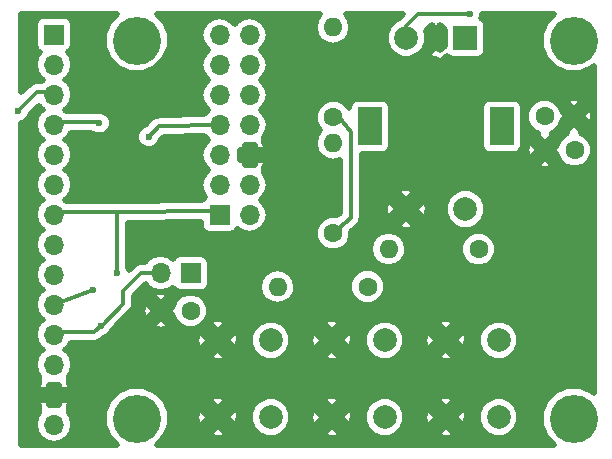
<source format=gbr>
G04 #@! TF.FileFunction,Copper,L1,Top,Signal*
%FSLAX46Y46*%
G04 Gerber Fmt 4.6, Leading zero omitted, Abs format (unit mm)*
G04 Created by KiCad (PCBNEW 4.0.7) date 10/23/19 08:49:17*
%MOMM*%
%LPD*%
G01*
G04 APERTURE LIST*
%ADD10C,0.100000*%
%ADD11C,2.000000*%
%ADD12R,2.000000X3.200000*%
%ADD13R,2.000000X2.000000*%
%ADD14C,1.600000*%
%ADD15O,1.600000X1.600000*%
%ADD16R,1.700000X1.700000*%
%ADD17O,1.700000X1.700000*%
%ADD18C,4.064000*%
%ADD19C,0.600000*%
%ADD20C,0.350000*%
%ADD21C,0.500000*%
G04 APERTURE END LIST*
D10*
D11*
X133836400Y-69770400D03*
X138836400Y-69770400D03*
D12*
X130736400Y-62770400D03*
X141936400Y-62770400D03*
D11*
X133836400Y-55270400D03*
X136336400Y-55270400D03*
D13*
X138836400Y-55270400D03*
D14*
X127635000Y-61988700D03*
D15*
X127635000Y-54368700D03*
D16*
X118021100Y-70269100D03*
D17*
X120561100Y-70269100D03*
X118021100Y-67729100D03*
X120561100Y-67729100D03*
X118021100Y-65189100D03*
X120561100Y-65189100D03*
X118021100Y-62649100D03*
X120561100Y-62649100D03*
X118021100Y-60109100D03*
X120561100Y-60109100D03*
X118021100Y-57569100D03*
X120561100Y-57569100D03*
X118021100Y-55029100D03*
X120561100Y-55029100D03*
D16*
X115570000Y-75184000D03*
D17*
X113030000Y-75184000D03*
D14*
X127635000Y-71805800D03*
D15*
X127635000Y-64185800D03*
D14*
X139954000Y-73152000D03*
D15*
X132334000Y-73152000D03*
D14*
X130556000Y-76327000D03*
D15*
X122936000Y-76327000D03*
D11*
X141660000Y-87376000D03*
X137160000Y-87376000D03*
X141660000Y-80876000D03*
X137160000Y-80876000D03*
X132008000Y-87376000D03*
X127508000Y-87376000D03*
X132008000Y-80876000D03*
X127508000Y-80876000D03*
X122356000Y-87376000D03*
X117856000Y-87376000D03*
X122356000Y-80876000D03*
X117856000Y-80876000D03*
D16*
X104000000Y-55000000D03*
D17*
X104000000Y-57540000D03*
X104000000Y-60080000D03*
X104000000Y-62620000D03*
X104000000Y-65160000D03*
X104000000Y-67700000D03*
X104000000Y-70240000D03*
X104000000Y-72780000D03*
X104000000Y-75320000D03*
X104000000Y-77860000D03*
X104000000Y-80400000D03*
X104000000Y-82940000D03*
X104000000Y-85480000D03*
X104000000Y-88020000D03*
D18*
X111000000Y-55500000D03*
X148000000Y-87500000D03*
X111000000Y-87500000D03*
X148000000Y-55500000D03*
D14*
X145542000Y-61912500D03*
X148042000Y-61912500D03*
X148082000Y-64770000D03*
X145582000Y-64770000D03*
X115570000Y-78384400D03*
X113070000Y-78384400D03*
D19*
X109347000Y-75184000D03*
X107950000Y-79629000D03*
X107315000Y-76581000D03*
X107823000Y-62484000D03*
X146761200Y-71831200D03*
X146659600Y-69037200D03*
X112014000Y-63627000D03*
X100965000Y-61468000D03*
X139192000Y-53276500D03*
D20*
X127635000Y-61988700D02*
X128143000Y-61988700D01*
X128143000Y-61988700D02*
X129138680Y-63243460D01*
X129138680Y-63243460D02*
X129138680Y-70482460D01*
X129138680Y-70482460D02*
X127635000Y-71805800D01*
X109347000Y-70002400D02*
X109347000Y-75184000D01*
X103571040Y-70002400D02*
X109347000Y-70002400D01*
X109347000Y-70002400D02*
X117665500Y-69913500D01*
X117665500Y-69913500D02*
X118021100Y-70269100D01*
X107950000Y-79629000D02*
X108026200Y-79629000D01*
X108026200Y-79629000D02*
X109880400Y-77774800D01*
X109880400Y-77774800D02*
X109880400Y-76708000D01*
X109880400Y-76708000D02*
X111404400Y-75184000D01*
X111404400Y-75184000D02*
X113030000Y-75184000D01*
X107416600Y-80162400D02*
X103571040Y-80162400D01*
X107950000Y-79629000D02*
X107416600Y-80162400D01*
X104622600Y-77622400D02*
X103571040Y-77622400D01*
X107315000Y-76581000D02*
X104622600Y-77622400D01*
X103571040Y-62382400D02*
X107721400Y-62382400D01*
X107721400Y-62382400D02*
X107823000Y-62484000D01*
X112903000Y-62738000D02*
X118021100Y-62649100D01*
X112014000Y-63627000D02*
X112903000Y-62738000D01*
X103571040Y-59842400D02*
X102590600Y-59842400D01*
X102590600Y-59842400D02*
X100965000Y-61468000D01*
X133836400Y-55270400D02*
X133836400Y-54250600D01*
X133836400Y-54250600D02*
X134810500Y-53276500D01*
X134810500Y-53276500D02*
X139192000Y-53276500D01*
X133836400Y-55270400D02*
X133836400Y-54618900D01*
D21*
G36*
X108642910Y-53922066D02*
X108218484Y-54944198D01*
X108217518Y-56050946D01*
X108640160Y-57073818D01*
X109422066Y-57857090D01*
X110444198Y-58281516D01*
X111550946Y-58282482D01*
X112573818Y-57859840D01*
X113357090Y-57077934D01*
X113781516Y-56055802D01*
X113782482Y-54949054D01*
X113359840Y-53926182D01*
X112684837Y-53250000D01*
X126533851Y-53250000D01*
X126202987Y-53745175D01*
X126085000Y-54338334D01*
X126085000Y-54399066D01*
X126202987Y-54992225D01*
X126538984Y-55495082D01*
X127041841Y-55831079D01*
X127635000Y-55949066D01*
X128228159Y-55831079D01*
X128731016Y-55495082D01*
X129067013Y-54992225D01*
X129185000Y-54399066D01*
X129185000Y-54338334D01*
X129067013Y-53745175D01*
X128736149Y-53250000D01*
X133528852Y-53250000D01*
X133182326Y-53596526D01*
X133135595Y-53666463D01*
X132846399Y-53785957D01*
X132353687Y-54277810D01*
X132086704Y-54920776D01*
X132086096Y-55616969D01*
X132351957Y-56260401D01*
X132843810Y-56753113D01*
X133486776Y-57020096D01*
X134182969Y-57020704D01*
X134826401Y-56754843D01*
X135319113Y-56262990D01*
X135586096Y-55620024D01*
X135586364Y-55313329D01*
X135629293Y-55270400D01*
X135586439Y-55227546D01*
X135586704Y-54923831D01*
X135493741Y-54698845D01*
X135982847Y-54209740D01*
X136336400Y-54563293D01*
X136689954Y-54209740D01*
X137071707Y-54591493D01*
X137071707Y-55242200D01*
X137043507Y-55270400D01*
X137071707Y-55298600D01*
X137071707Y-55949307D01*
X136689954Y-56331061D01*
X136336400Y-55977507D01*
X135613055Y-56700852D01*
X135729159Y-56956848D01*
X136348169Y-57049939D01*
X136716499Y-57418269D01*
X137313753Y-56821015D01*
X137538892Y-56974846D01*
X137836400Y-57035093D01*
X139836400Y-57035093D01*
X140114333Y-56982796D01*
X140369598Y-56818538D01*
X140540846Y-56567908D01*
X140601093Y-56270400D01*
X140601093Y-54270400D01*
X140548796Y-53992467D01*
X140384538Y-53737202D01*
X140192195Y-53605780D01*
X140241818Y-53486274D01*
X140242024Y-53250000D01*
X146316150Y-53250000D01*
X145642910Y-53922066D01*
X145218484Y-54944198D01*
X145217518Y-56050946D01*
X145640160Y-57073818D01*
X146422066Y-57857090D01*
X147444198Y-58281516D01*
X148550946Y-58282482D01*
X149573818Y-57859840D01*
X149750000Y-57683965D01*
X149750000Y-85315277D01*
X149577934Y-85142910D01*
X148555802Y-84718484D01*
X147449054Y-84717518D01*
X146426182Y-85140160D01*
X145642910Y-85922066D01*
X145218484Y-86944198D01*
X145217518Y-88050946D01*
X145640160Y-89073818D01*
X146315163Y-89750000D01*
X112683850Y-89750000D01*
X113357090Y-89077934D01*
X113469819Y-88806452D01*
X117132655Y-88806452D01*
X117248759Y-89062448D01*
X117940358Y-89166455D01*
X118463241Y-89062448D01*
X118579345Y-88806452D01*
X117856000Y-88083107D01*
X117132655Y-88806452D01*
X113469819Y-88806452D01*
X113781516Y-88055802D01*
X113782035Y-87460358D01*
X116065545Y-87460358D01*
X116169552Y-87983241D01*
X116425548Y-88099345D01*
X117148893Y-87376000D01*
X118563107Y-87376000D01*
X119286452Y-88099345D01*
X119542448Y-87983241D01*
X119581649Y-87722569D01*
X120605696Y-87722569D01*
X120871557Y-88366001D01*
X121363410Y-88858713D01*
X122006376Y-89125696D01*
X122702569Y-89126304D01*
X123346001Y-88860443D01*
X123400086Y-88806452D01*
X126784655Y-88806452D01*
X126900759Y-89062448D01*
X127592358Y-89166455D01*
X128115241Y-89062448D01*
X128231345Y-88806452D01*
X127508000Y-88083107D01*
X126784655Y-88806452D01*
X123400086Y-88806452D01*
X123838713Y-88368590D01*
X124105696Y-87725624D01*
X124105927Y-87460358D01*
X125717545Y-87460358D01*
X125821552Y-87983241D01*
X126077548Y-88099345D01*
X126800893Y-87376000D01*
X128215107Y-87376000D01*
X128938452Y-88099345D01*
X129194448Y-87983241D01*
X129233649Y-87722569D01*
X130257696Y-87722569D01*
X130523557Y-88366001D01*
X131015410Y-88858713D01*
X131658376Y-89125696D01*
X132354569Y-89126304D01*
X132998001Y-88860443D01*
X133052086Y-88806452D01*
X136436655Y-88806452D01*
X136552759Y-89062448D01*
X137244358Y-89166455D01*
X137767241Y-89062448D01*
X137883345Y-88806452D01*
X137160000Y-88083107D01*
X136436655Y-88806452D01*
X133052086Y-88806452D01*
X133490713Y-88368590D01*
X133757696Y-87725624D01*
X133757927Y-87460358D01*
X135369545Y-87460358D01*
X135473552Y-87983241D01*
X135729548Y-88099345D01*
X136452893Y-87376000D01*
X137867107Y-87376000D01*
X138590452Y-88099345D01*
X138846448Y-87983241D01*
X138885649Y-87722569D01*
X139909696Y-87722569D01*
X140175557Y-88366001D01*
X140667410Y-88858713D01*
X141310376Y-89125696D01*
X142006569Y-89126304D01*
X142650001Y-88860443D01*
X143142713Y-88368590D01*
X143409696Y-87725624D01*
X143410304Y-87029431D01*
X143144443Y-86385999D01*
X142652590Y-85893287D01*
X142009624Y-85626304D01*
X141313431Y-85625696D01*
X140669999Y-85891557D01*
X140177287Y-86383410D01*
X139910304Y-87026376D01*
X139909696Y-87722569D01*
X138885649Y-87722569D01*
X138950455Y-87291642D01*
X138846448Y-86768759D01*
X138590452Y-86652655D01*
X137867107Y-87376000D01*
X136452893Y-87376000D01*
X135729548Y-86652655D01*
X135473552Y-86768759D01*
X135369545Y-87460358D01*
X133757927Y-87460358D01*
X133758304Y-87029431D01*
X133492443Y-86385999D01*
X133052760Y-85945548D01*
X136436655Y-85945548D01*
X137160000Y-86668893D01*
X137883345Y-85945548D01*
X137767241Y-85689552D01*
X137075642Y-85585545D01*
X136552759Y-85689552D01*
X136436655Y-85945548D01*
X133052760Y-85945548D01*
X133000590Y-85893287D01*
X132357624Y-85626304D01*
X131661431Y-85625696D01*
X131017999Y-85891557D01*
X130525287Y-86383410D01*
X130258304Y-87026376D01*
X130257696Y-87722569D01*
X129233649Y-87722569D01*
X129298455Y-87291642D01*
X129194448Y-86768759D01*
X128938452Y-86652655D01*
X128215107Y-87376000D01*
X126800893Y-87376000D01*
X126077548Y-86652655D01*
X125821552Y-86768759D01*
X125717545Y-87460358D01*
X124105927Y-87460358D01*
X124106304Y-87029431D01*
X123840443Y-86385999D01*
X123400760Y-85945548D01*
X126784655Y-85945548D01*
X127508000Y-86668893D01*
X128231345Y-85945548D01*
X128115241Y-85689552D01*
X127423642Y-85585545D01*
X126900759Y-85689552D01*
X126784655Y-85945548D01*
X123400760Y-85945548D01*
X123348590Y-85893287D01*
X122705624Y-85626304D01*
X122009431Y-85625696D01*
X121365999Y-85891557D01*
X120873287Y-86383410D01*
X120606304Y-87026376D01*
X120605696Y-87722569D01*
X119581649Y-87722569D01*
X119646455Y-87291642D01*
X119542448Y-86768759D01*
X119286452Y-86652655D01*
X118563107Y-87376000D01*
X117148893Y-87376000D01*
X116425548Y-86652655D01*
X116169552Y-86768759D01*
X116065545Y-87460358D01*
X113782035Y-87460358D01*
X113782482Y-86949054D01*
X113367842Y-85945548D01*
X117132655Y-85945548D01*
X117856000Y-86668893D01*
X118579345Y-85945548D01*
X118463241Y-85689552D01*
X117771642Y-85585545D01*
X117248759Y-85689552D01*
X117132655Y-85945548D01*
X113367842Y-85945548D01*
X113359840Y-85926182D01*
X112577934Y-85142910D01*
X111555802Y-84718484D01*
X110449054Y-84717518D01*
X109426182Y-85140160D01*
X108642910Y-85922066D01*
X108218484Y-86944198D01*
X108217518Y-88050946D01*
X108640160Y-89073818D01*
X109315163Y-89750000D01*
X101250000Y-89750000D01*
X101250000Y-88020000D01*
X102368654Y-88020000D01*
X102490447Y-88632293D01*
X102837283Y-89151371D01*
X103356361Y-89498207D01*
X103968654Y-89620000D01*
X104031346Y-89620000D01*
X104643639Y-89498207D01*
X105162717Y-89151371D01*
X105509553Y-88632293D01*
X105631346Y-88020000D01*
X105509553Y-87407707D01*
X105250002Y-87019261D01*
X105250002Y-86464534D01*
X105465241Y-86142369D01*
X105353336Y-85905000D01*
X104425000Y-85905000D01*
X104425000Y-86330000D01*
X103575000Y-86330000D01*
X103575000Y-85905000D01*
X102646664Y-85905000D01*
X102534759Y-86142369D01*
X102749998Y-86464534D01*
X102749998Y-87019261D01*
X102490447Y-87407707D01*
X102368654Y-88020000D01*
X101250000Y-88020000D01*
X101250000Y-62486342D01*
X101559000Y-62358666D01*
X101854628Y-62063554D01*
X101980339Y-61760809D01*
X102714113Y-61027034D01*
X102837283Y-61211371D01*
X103044756Y-61350000D01*
X102837283Y-61488629D01*
X102490447Y-62007707D01*
X102368654Y-62620000D01*
X102490447Y-63232293D01*
X102837283Y-63751371D01*
X103044756Y-63890000D01*
X102837283Y-64028629D01*
X102490447Y-64547707D01*
X102368654Y-65160000D01*
X102490447Y-65772293D01*
X102837283Y-66291371D01*
X103044756Y-66430000D01*
X102837283Y-66568629D01*
X102490447Y-67087707D01*
X102368654Y-67700000D01*
X102490447Y-68312293D01*
X102837283Y-68831371D01*
X103044756Y-68970000D01*
X102837283Y-69108629D01*
X102490447Y-69627707D01*
X102368654Y-70240000D01*
X102490447Y-70852293D01*
X102837283Y-71371371D01*
X103044756Y-71510000D01*
X102837283Y-71648629D01*
X102490447Y-72167707D01*
X102368654Y-72780000D01*
X102490447Y-73392293D01*
X102837283Y-73911371D01*
X103044756Y-74050000D01*
X102837283Y-74188629D01*
X102490447Y-74707707D01*
X102368654Y-75320000D01*
X102490447Y-75932293D01*
X102837283Y-76451371D01*
X103044756Y-76590000D01*
X102837283Y-76728629D01*
X102490447Y-77247707D01*
X102368654Y-77860000D01*
X102490447Y-78472293D01*
X102837283Y-78991371D01*
X103044756Y-79130000D01*
X102837283Y-79268629D01*
X102490447Y-79787707D01*
X102368654Y-80400000D01*
X102490447Y-81012293D01*
X102837283Y-81531371D01*
X103044756Y-81670000D01*
X102837283Y-81808629D01*
X102490447Y-82327707D01*
X102368654Y-82940000D01*
X102490447Y-83552293D01*
X102749998Y-83940739D01*
X102749998Y-84495466D01*
X102534759Y-84817631D01*
X102646664Y-85055000D01*
X103575000Y-85055000D01*
X103575000Y-84630000D01*
X104425000Y-84630000D01*
X104425000Y-85055000D01*
X105353336Y-85055000D01*
X105465241Y-84817631D01*
X105250002Y-84495466D01*
X105250002Y-83940739D01*
X105509553Y-83552293D01*
X105631346Y-82940000D01*
X105509553Y-82327707D01*
X105495351Y-82306452D01*
X117132655Y-82306452D01*
X117248759Y-82562448D01*
X117940358Y-82666455D01*
X118463241Y-82562448D01*
X118579345Y-82306452D01*
X117856000Y-81583107D01*
X117132655Y-82306452D01*
X105495351Y-82306452D01*
X105162717Y-81808629D01*
X104955244Y-81670000D01*
X105162717Y-81531371D01*
X105459368Y-81087400D01*
X107416600Y-81087400D01*
X107770583Y-81016989D01*
X107855337Y-80960358D01*
X116065545Y-80960358D01*
X116169552Y-81483241D01*
X116425548Y-81599345D01*
X117148893Y-80876000D01*
X118563107Y-80876000D01*
X119286452Y-81599345D01*
X119542448Y-81483241D01*
X119581649Y-81222569D01*
X120605696Y-81222569D01*
X120871557Y-81866001D01*
X121363410Y-82358713D01*
X122006376Y-82625696D01*
X122702569Y-82626304D01*
X123346001Y-82360443D01*
X123400086Y-82306452D01*
X126784655Y-82306452D01*
X126900759Y-82562448D01*
X127592358Y-82666455D01*
X128115241Y-82562448D01*
X128231345Y-82306452D01*
X127508000Y-81583107D01*
X126784655Y-82306452D01*
X123400086Y-82306452D01*
X123838713Y-81868590D01*
X124105696Y-81225624D01*
X124105927Y-80960358D01*
X125717545Y-80960358D01*
X125821552Y-81483241D01*
X126077548Y-81599345D01*
X126800893Y-80876000D01*
X128215107Y-80876000D01*
X128938452Y-81599345D01*
X129194448Y-81483241D01*
X129233649Y-81222569D01*
X130257696Y-81222569D01*
X130523557Y-81866001D01*
X131015410Y-82358713D01*
X131658376Y-82625696D01*
X132354569Y-82626304D01*
X132998001Y-82360443D01*
X133052086Y-82306452D01*
X136436655Y-82306452D01*
X136552759Y-82562448D01*
X137244358Y-82666455D01*
X137767241Y-82562448D01*
X137883345Y-82306452D01*
X137160000Y-81583107D01*
X136436655Y-82306452D01*
X133052086Y-82306452D01*
X133490713Y-81868590D01*
X133757696Y-81225624D01*
X133757927Y-80960358D01*
X135369545Y-80960358D01*
X135473552Y-81483241D01*
X135729548Y-81599345D01*
X136452893Y-80876000D01*
X137867107Y-80876000D01*
X138590452Y-81599345D01*
X138846448Y-81483241D01*
X138885649Y-81222569D01*
X139909696Y-81222569D01*
X140175557Y-81866001D01*
X140667410Y-82358713D01*
X141310376Y-82625696D01*
X142006569Y-82626304D01*
X142650001Y-82360443D01*
X143142713Y-81868590D01*
X143409696Y-81225624D01*
X143410304Y-80529431D01*
X143144443Y-79885999D01*
X142652590Y-79393287D01*
X142009624Y-79126304D01*
X141313431Y-79125696D01*
X140669999Y-79391557D01*
X140177287Y-79883410D01*
X139910304Y-80526376D01*
X139909696Y-81222569D01*
X138885649Y-81222569D01*
X138950455Y-80791642D01*
X138846448Y-80268759D01*
X138590452Y-80152655D01*
X137867107Y-80876000D01*
X136452893Y-80876000D01*
X135729548Y-80152655D01*
X135473552Y-80268759D01*
X135369545Y-80960358D01*
X133757927Y-80960358D01*
X133758304Y-80529431D01*
X133492443Y-79885999D01*
X133052760Y-79445548D01*
X136436655Y-79445548D01*
X137160000Y-80168893D01*
X137883345Y-79445548D01*
X137767241Y-79189552D01*
X137075642Y-79085545D01*
X136552759Y-79189552D01*
X136436655Y-79445548D01*
X133052760Y-79445548D01*
X133000590Y-79393287D01*
X132357624Y-79126304D01*
X131661431Y-79125696D01*
X131017999Y-79391557D01*
X130525287Y-79883410D01*
X130258304Y-80526376D01*
X130257696Y-81222569D01*
X129233649Y-81222569D01*
X129298455Y-80791642D01*
X129194448Y-80268759D01*
X128938452Y-80152655D01*
X128215107Y-80876000D01*
X126800893Y-80876000D01*
X126077548Y-80152655D01*
X125821552Y-80268759D01*
X125717545Y-80960358D01*
X124105927Y-80960358D01*
X124106304Y-80529431D01*
X123840443Y-79885999D01*
X123400760Y-79445548D01*
X126784655Y-79445548D01*
X127508000Y-80168893D01*
X128231345Y-79445548D01*
X128115241Y-79189552D01*
X127423642Y-79085545D01*
X126900759Y-79189552D01*
X126784655Y-79445548D01*
X123400760Y-79445548D01*
X123348590Y-79393287D01*
X122705624Y-79126304D01*
X122009431Y-79125696D01*
X121365999Y-79391557D01*
X120873287Y-79883410D01*
X120606304Y-80526376D01*
X120605696Y-81222569D01*
X119581649Y-81222569D01*
X119646455Y-80791642D01*
X119542448Y-80268759D01*
X119286452Y-80152655D01*
X118563107Y-80876000D01*
X117148893Y-80876000D01*
X116425548Y-80152655D01*
X116169552Y-80268759D01*
X116065545Y-80960358D01*
X107855337Y-80960358D01*
X108070674Y-80816474D01*
X108243189Y-80643959D01*
X108544000Y-80519666D01*
X108839628Y-80224554D01*
X108911230Y-80052118D01*
X109348143Y-79615205D01*
X112404881Y-79615205D01*
X112489983Y-79863246D01*
X113100064Y-79972639D01*
X113650017Y-79863246D01*
X113735119Y-79615205D01*
X113070000Y-78950085D01*
X112404881Y-79615205D01*
X109348143Y-79615205D01*
X110534474Y-78428874D01*
X110544102Y-78414464D01*
X111481761Y-78414464D01*
X111591154Y-78964417D01*
X111839195Y-79049519D01*
X112504315Y-78384400D01*
X113635685Y-78384400D01*
X114074010Y-78822725D01*
X114255208Y-79261257D01*
X114690849Y-79697660D01*
X115260333Y-79934130D01*
X115876961Y-79934668D01*
X116446857Y-79699192D01*
X116700944Y-79445548D01*
X117132655Y-79445548D01*
X117856000Y-80168893D01*
X118579345Y-79445548D01*
X118463241Y-79189552D01*
X117771642Y-79085545D01*
X117248759Y-79189552D01*
X117132655Y-79445548D01*
X116700944Y-79445548D01*
X116883260Y-79263551D01*
X117119730Y-78694067D01*
X117120268Y-78077439D01*
X116884792Y-77507543D01*
X116449151Y-77071140D01*
X115879667Y-76834670D01*
X115263039Y-76834132D01*
X114693143Y-77069608D01*
X114256740Y-77505249D01*
X114073468Y-77946618D01*
X113635685Y-78384400D01*
X112504315Y-78384400D01*
X111839195Y-77719281D01*
X111591154Y-77804383D01*
X111481761Y-78414464D01*
X110544102Y-78414464D01*
X110734989Y-78128782D01*
X110805400Y-77774800D01*
X110805400Y-77091148D01*
X111758920Y-76137627D01*
X111898629Y-76346717D01*
X112417707Y-76693553D01*
X112986743Y-76806742D01*
X112489983Y-76905554D01*
X112404881Y-77153595D01*
X113070000Y-77818715D01*
X113735119Y-77153595D01*
X113650017Y-76905554D01*
X113085435Y-76804319D01*
X113642293Y-76693553D01*
X114069491Y-76408109D01*
X114171862Y-76567198D01*
X114422492Y-76738446D01*
X114720000Y-76798693D01*
X116420000Y-76798693D01*
X116697933Y-76746396D01*
X116953198Y-76582138D01*
X117124446Y-76331508D01*
X117125358Y-76327000D01*
X121355634Y-76327000D01*
X121473621Y-76920159D01*
X121809618Y-77423016D01*
X122312475Y-77759013D01*
X122905634Y-77877000D01*
X122966366Y-77877000D01*
X123559525Y-77759013D01*
X124062382Y-77423016D01*
X124398379Y-76920159D01*
X124455307Y-76633961D01*
X129005732Y-76633961D01*
X129241208Y-77203857D01*
X129676849Y-77640260D01*
X130246333Y-77876730D01*
X130862961Y-77877268D01*
X131432857Y-77641792D01*
X131869260Y-77206151D01*
X132105730Y-76636667D01*
X132106268Y-76020039D01*
X131870792Y-75450143D01*
X131435151Y-75013740D01*
X130865667Y-74777270D01*
X130249039Y-74776732D01*
X129679143Y-75012208D01*
X129242740Y-75447849D01*
X129006270Y-76017333D01*
X129005732Y-76633961D01*
X124455307Y-76633961D01*
X124516366Y-76327000D01*
X124398379Y-75733841D01*
X124062382Y-75230984D01*
X123559525Y-74894987D01*
X122966366Y-74777000D01*
X122905634Y-74777000D01*
X122312475Y-74894987D01*
X121809618Y-75230984D01*
X121473621Y-75733841D01*
X121355634Y-76327000D01*
X117125358Y-76327000D01*
X117184693Y-76034000D01*
X117184693Y-74334000D01*
X117132396Y-74056067D01*
X116968138Y-73800802D01*
X116717508Y-73629554D01*
X116420000Y-73569307D01*
X114720000Y-73569307D01*
X114442067Y-73621604D01*
X114186802Y-73785862D01*
X114068394Y-73959158D01*
X113642293Y-73674447D01*
X113030000Y-73552654D01*
X112417707Y-73674447D01*
X111898629Y-74021283D01*
X111739792Y-74259000D01*
X111404400Y-74259000D01*
X111050418Y-74329411D01*
X110750326Y-74529926D01*
X110750324Y-74529929D01*
X110369994Y-74910259D01*
X110272000Y-74673095D01*
X110272000Y-70917567D01*
X116406407Y-70852009D01*
X116406407Y-71119100D01*
X116458704Y-71397033D01*
X116622962Y-71652298D01*
X116873592Y-71823546D01*
X117171100Y-71883793D01*
X118871100Y-71883793D01*
X119149033Y-71831496D01*
X119404298Y-71667238D01*
X119527585Y-71486801D01*
X119917461Y-71747307D01*
X120529754Y-71869100D01*
X120592446Y-71869100D01*
X121204739Y-71747307D01*
X121723817Y-71400471D01*
X122070653Y-70881393D01*
X122192446Y-70269100D01*
X122070653Y-69656807D01*
X121723817Y-69137729D01*
X121516344Y-68999100D01*
X121723817Y-68860471D01*
X122070653Y-68341393D01*
X122192446Y-67729100D01*
X122070653Y-67116807D01*
X121811102Y-66728361D01*
X121811102Y-66173634D01*
X122026341Y-65851469D01*
X121914436Y-65614100D01*
X120986100Y-65614100D01*
X120986100Y-66039100D01*
X120136100Y-66039100D01*
X120136100Y-65614100D01*
X119711100Y-65614100D01*
X119711100Y-64764100D01*
X120136100Y-64764100D01*
X120136100Y-64339100D01*
X120986100Y-64339100D01*
X120986100Y-64764100D01*
X121914436Y-64764100D01*
X122026341Y-64526731D01*
X121811102Y-64204566D01*
X121811102Y-63649839D01*
X122070653Y-63261393D01*
X122192446Y-62649100D01*
X122122143Y-62295661D01*
X126084732Y-62295661D01*
X126320208Y-62865557D01*
X126528858Y-63074572D01*
X126202987Y-63562275D01*
X126085000Y-64155434D01*
X126085000Y-64216166D01*
X126202987Y-64809325D01*
X126538984Y-65312182D01*
X127041841Y-65648179D01*
X127635000Y-65766166D01*
X128213680Y-65651059D01*
X128213680Y-70064320D01*
X127979408Y-70270496D01*
X127944667Y-70256070D01*
X127328039Y-70255532D01*
X126758143Y-70491008D01*
X126321740Y-70926649D01*
X126085270Y-71496133D01*
X126084732Y-72112761D01*
X126320208Y-72682657D01*
X126755849Y-73119060D01*
X127325333Y-73355530D01*
X127941961Y-73356068D01*
X128435843Y-73152000D01*
X130753634Y-73152000D01*
X130871621Y-73745159D01*
X131207618Y-74248016D01*
X131710475Y-74584013D01*
X132303634Y-74702000D01*
X132364366Y-74702000D01*
X132957525Y-74584013D01*
X133460382Y-74248016D01*
X133796379Y-73745159D01*
X133853307Y-73458961D01*
X138403732Y-73458961D01*
X138639208Y-74028857D01*
X139074849Y-74465260D01*
X139644333Y-74701730D01*
X140260961Y-74702268D01*
X140830857Y-74466792D01*
X141267260Y-74031151D01*
X141503730Y-73461667D01*
X141504268Y-72845039D01*
X141268792Y-72275143D01*
X140833151Y-71838740D01*
X140263667Y-71602270D01*
X139647039Y-71601732D01*
X139077143Y-71837208D01*
X138640740Y-72272849D01*
X138404270Y-72842333D01*
X138403732Y-73458961D01*
X133853307Y-73458961D01*
X133914366Y-73152000D01*
X133796379Y-72558841D01*
X133460382Y-72055984D01*
X132957525Y-71719987D01*
X132364366Y-71602000D01*
X132303634Y-71602000D01*
X131710475Y-71719987D01*
X131207618Y-72055984D01*
X130871621Y-72558841D01*
X130753634Y-73152000D01*
X128435843Y-73152000D01*
X128511857Y-73120592D01*
X128948260Y-72684951D01*
X129184730Y-72115467D01*
X129185115Y-71673796D01*
X129722510Y-71200852D01*
X133113055Y-71200852D01*
X133229159Y-71456848D01*
X133920758Y-71560855D01*
X134443641Y-71456848D01*
X134559745Y-71200852D01*
X133836400Y-70477507D01*
X133113055Y-71200852D01*
X129722510Y-71200852D01*
X129749787Y-71176847D01*
X129767924Y-71153125D01*
X129792754Y-71136534D01*
X129876950Y-71010525D01*
X129969000Y-70890130D01*
X129976679Y-70861271D01*
X129993269Y-70836442D01*
X130022834Y-70687807D01*
X130061804Y-70541348D01*
X130057854Y-70511747D01*
X130063680Y-70482460D01*
X130063680Y-69854758D01*
X132045945Y-69854758D01*
X132149952Y-70377641D01*
X132405948Y-70493745D01*
X133129293Y-69770400D01*
X134543507Y-69770400D01*
X135266852Y-70493745D01*
X135522848Y-70377641D01*
X135562049Y-70116969D01*
X137086096Y-70116969D01*
X137351957Y-70760401D01*
X137843810Y-71253113D01*
X138486776Y-71520096D01*
X139182969Y-71520704D01*
X139826401Y-71254843D01*
X140319113Y-70762990D01*
X140586096Y-70120024D01*
X140586704Y-69423831D01*
X140320843Y-68780399D01*
X139828990Y-68287687D01*
X139186024Y-68020704D01*
X138489831Y-68020096D01*
X137846399Y-68285957D01*
X137353687Y-68777810D01*
X137086704Y-69420776D01*
X137086096Y-70116969D01*
X135562049Y-70116969D01*
X135626855Y-69686042D01*
X135522848Y-69163159D01*
X135266852Y-69047055D01*
X134543507Y-69770400D01*
X133129293Y-69770400D01*
X132405948Y-69047055D01*
X132149952Y-69163159D01*
X132045945Y-69854758D01*
X130063680Y-69854758D01*
X130063680Y-68339948D01*
X133113055Y-68339948D01*
X133836400Y-69063293D01*
X134559745Y-68339948D01*
X134443641Y-68083952D01*
X133752042Y-67979945D01*
X133229159Y-68083952D01*
X133113055Y-68339948D01*
X130063680Y-68339948D01*
X130063680Y-66000805D01*
X144916881Y-66000805D01*
X145001983Y-66248846D01*
X145612064Y-66358239D01*
X146162017Y-66248846D01*
X146247119Y-66000805D01*
X145582000Y-65335685D01*
X144916881Y-66000805D01*
X130063680Y-66000805D01*
X130063680Y-65135093D01*
X131736400Y-65135093D01*
X132014333Y-65082796D01*
X132269598Y-64918538D01*
X132440846Y-64667908D01*
X132501093Y-64370400D01*
X132501093Y-61170400D01*
X140171707Y-61170400D01*
X140171707Y-64370400D01*
X140224004Y-64648333D01*
X140388262Y-64903598D01*
X140638892Y-65074846D01*
X140936400Y-65135093D01*
X142936400Y-65135093D01*
X143214333Y-65082796D01*
X143469598Y-64918538D01*
X143550547Y-64800064D01*
X143993761Y-64800064D01*
X144103154Y-65350017D01*
X144351195Y-65435119D01*
X145016315Y-64770000D01*
X146147685Y-64770000D01*
X146586010Y-65208325D01*
X146767208Y-65646857D01*
X147202849Y-66083260D01*
X147772333Y-66319730D01*
X148388961Y-66320268D01*
X148958857Y-66084792D01*
X149395260Y-65649151D01*
X149631730Y-65079667D01*
X149632268Y-64463039D01*
X149396792Y-63893143D01*
X148961151Y-63456740D01*
X148644669Y-63325325D01*
X148707119Y-63143305D01*
X148042000Y-62478185D01*
X147376881Y-63143305D01*
X147449283Y-63354331D01*
X147205143Y-63455208D01*
X146768740Y-63890849D01*
X146585468Y-64332218D01*
X146147685Y-64770000D01*
X145016315Y-64770000D01*
X144351195Y-64104881D01*
X144103154Y-64189983D01*
X143993761Y-64800064D01*
X143550547Y-64800064D01*
X143640846Y-64667908D01*
X143701093Y-64370400D01*
X143701093Y-62219461D01*
X143991732Y-62219461D01*
X144227208Y-62789357D01*
X144662849Y-63225760D01*
X144979331Y-63357175D01*
X144916881Y-63539195D01*
X145582000Y-64204315D01*
X146247119Y-63539195D01*
X146174717Y-63328169D01*
X146418857Y-63227292D01*
X146855260Y-62791651D01*
X147038532Y-62350282D01*
X147476315Y-61912500D01*
X148607685Y-61912500D01*
X149272805Y-62577619D01*
X149520846Y-62492517D01*
X149630239Y-61882436D01*
X149520846Y-61332483D01*
X149272805Y-61247381D01*
X148607685Y-61912500D01*
X147476315Y-61912500D01*
X147037990Y-61474175D01*
X146856792Y-61035643D01*
X146503463Y-60681695D01*
X147376881Y-60681695D01*
X148042000Y-61346815D01*
X148707119Y-60681695D01*
X148622017Y-60433654D01*
X148011936Y-60324261D01*
X147461983Y-60433654D01*
X147376881Y-60681695D01*
X146503463Y-60681695D01*
X146421151Y-60599240D01*
X145851667Y-60362770D01*
X145235039Y-60362232D01*
X144665143Y-60597708D01*
X144228740Y-61033349D01*
X143992270Y-61602833D01*
X143991732Y-62219461D01*
X143701093Y-62219461D01*
X143701093Y-61170400D01*
X143648796Y-60892467D01*
X143484538Y-60637202D01*
X143233908Y-60465954D01*
X142936400Y-60405707D01*
X140936400Y-60405707D01*
X140658467Y-60458004D01*
X140403202Y-60622262D01*
X140231954Y-60872892D01*
X140171707Y-61170400D01*
X132501093Y-61170400D01*
X132448796Y-60892467D01*
X132284538Y-60637202D01*
X132033908Y-60465954D01*
X131736400Y-60405707D01*
X129736400Y-60405707D01*
X129458467Y-60458004D01*
X129203202Y-60622262D01*
X129031954Y-60872892D01*
X128972457Y-61166696D01*
X128949792Y-61111843D01*
X128514151Y-60675440D01*
X127944667Y-60438970D01*
X127328039Y-60438432D01*
X126758143Y-60673908D01*
X126321740Y-61109549D01*
X126085270Y-61679033D01*
X126084732Y-62295661D01*
X122122143Y-62295661D01*
X122070653Y-62036807D01*
X121723817Y-61517729D01*
X121516344Y-61379100D01*
X121723817Y-61240471D01*
X122070653Y-60721393D01*
X122192446Y-60109100D01*
X122070653Y-59496807D01*
X121723817Y-58977729D01*
X121516344Y-58839100D01*
X121723817Y-58700471D01*
X122070653Y-58181393D01*
X122192446Y-57569100D01*
X122070653Y-56956807D01*
X121723817Y-56437729D01*
X121516344Y-56299100D01*
X121723817Y-56160471D01*
X122070653Y-55641393D01*
X122192446Y-55029100D01*
X122070653Y-54416807D01*
X121723817Y-53897729D01*
X121204739Y-53550893D01*
X120592446Y-53429100D01*
X120529754Y-53429100D01*
X119917461Y-53550893D01*
X119398383Y-53897729D01*
X119291100Y-54058290D01*
X119183817Y-53897729D01*
X118664739Y-53550893D01*
X118052446Y-53429100D01*
X117989754Y-53429100D01*
X117377461Y-53550893D01*
X116858383Y-53897729D01*
X116511547Y-54416807D01*
X116389754Y-55029100D01*
X116511547Y-55641393D01*
X116858383Y-56160471D01*
X117065856Y-56299100D01*
X116858383Y-56437729D01*
X116511547Y-56956807D01*
X116389754Y-57569100D01*
X116511547Y-58181393D01*
X116858383Y-58700471D01*
X117065856Y-58839100D01*
X116858383Y-58977729D01*
X116511547Y-59496807D01*
X116389754Y-60109100D01*
X116511547Y-60721393D01*
X116858383Y-61240471D01*
X117065856Y-61379100D01*
X116858383Y-61517729D01*
X116705312Y-61746816D01*
X112886935Y-61813140D01*
X112718314Y-61849736D01*
X112549017Y-61883411D01*
X112542217Y-61887955D01*
X112534230Y-61889688D01*
X112392444Y-61988030D01*
X112248926Y-62083926D01*
X111720810Y-62612042D01*
X111420000Y-62736334D01*
X111124372Y-63031446D01*
X110964182Y-63417226D01*
X110963818Y-63834942D01*
X111123334Y-64221000D01*
X111418446Y-64516628D01*
X111804226Y-64676818D01*
X112221942Y-64677182D01*
X112608000Y-64517666D01*
X112903628Y-64222554D01*
X113029339Y-63919809D01*
X113292779Y-63656369D01*
X116735504Y-63596569D01*
X116858383Y-63780471D01*
X117065856Y-63919100D01*
X116858383Y-64057729D01*
X116511547Y-64576807D01*
X116389754Y-65189100D01*
X116511547Y-65801393D01*
X116858383Y-66320471D01*
X117065856Y-66459100D01*
X116858383Y-66597729D01*
X116511547Y-67116807D01*
X116389754Y-67729100D01*
X116511547Y-68341393D01*
X116796991Y-68768591D01*
X116637902Y-68870962D01*
X116549478Y-69000374D01*
X109342074Y-69077400D01*
X105115979Y-69077400D01*
X104955244Y-68970000D01*
X105162717Y-68831371D01*
X105509553Y-68312293D01*
X105631346Y-67700000D01*
X105509553Y-67087707D01*
X105162717Y-66568629D01*
X104955244Y-66430000D01*
X105162717Y-66291371D01*
X105509553Y-65772293D01*
X105631346Y-65160000D01*
X105509553Y-64547707D01*
X105162717Y-64028629D01*
X104955244Y-63890000D01*
X105162717Y-63751371D01*
X105459368Y-63307400D01*
X107161334Y-63307400D01*
X107227446Y-63373628D01*
X107613226Y-63533818D01*
X108030942Y-63534182D01*
X108417000Y-63374666D01*
X108712628Y-63079554D01*
X108872818Y-62693774D01*
X108873182Y-62276058D01*
X108713666Y-61890000D01*
X108418554Y-61594372D01*
X108032774Y-61434182D01*
X107615058Y-61433818D01*
X107557985Y-61457400D01*
X105115979Y-61457400D01*
X104955244Y-61350000D01*
X105162717Y-61211371D01*
X105509553Y-60692293D01*
X105631346Y-60080000D01*
X105509553Y-59467707D01*
X105162717Y-58948629D01*
X104955244Y-58810000D01*
X105162717Y-58671371D01*
X105509553Y-58152293D01*
X105631346Y-57540000D01*
X105509553Y-56927707D01*
X105224109Y-56500509D01*
X105383198Y-56398138D01*
X105554446Y-56147508D01*
X105614693Y-55850000D01*
X105614693Y-54150000D01*
X105562396Y-53872067D01*
X105398138Y-53616802D01*
X105147508Y-53445554D01*
X104850000Y-53385307D01*
X103150000Y-53385307D01*
X102872067Y-53437604D01*
X102616802Y-53601862D01*
X102445554Y-53852492D01*
X102385307Y-54150000D01*
X102385307Y-55850000D01*
X102437604Y-56127933D01*
X102601862Y-56383198D01*
X102775158Y-56501606D01*
X102490447Y-56927707D01*
X102368654Y-57540000D01*
X102490447Y-58152293D01*
X102837283Y-58671371D01*
X103044756Y-58810000D01*
X102884021Y-58917400D01*
X102590605Y-58917400D01*
X102590600Y-58917399D01*
X102236618Y-58987811D01*
X101936526Y-59188326D01*
X101936524Y-59188329D01*
X101250000Y-59874852D01*
X101250000Y-53250000D01*
X109316150Y-53250000D01*
X108642910Y-53922066D01*
X108642910Y-53922066D01*
G37*
X108642910Y-53922066D02*
X108218484Y-54944198D01*
X108217518Y-56050946D01*
X108640160Y-57073818D01*
X109422066Y-57857090D01*
X110444198Y-58281516D01*
X111550946Y-58282482D01*
X112573818Y-57859840D01*
X113357090Y-57077934D01*
X113781516Y-56055802D01*
X113782482Y-54949054D01*
X113359840Y-53926182D01*
X112684837Y-53250000D01*
X126533851Y-53250000D01*
X126202987Y-53745175D01*
X126085000Y-54338334D01*
X126085000Y-54399066D01*
X126202987Y-54992225D01*
X126538984Y-55495082D01*
X127041841Y-55831079D01*
X127635000Y-55949066D01*
X128228159Y-55831079D01*
X128731016Y-55495082D01*
X129067013Y-54992225D01*
X129185000Y-54399066D01*
X129185000Y-54338334D01*
X129067013Y-53745175D01*
X128736149Y-53250000D01*
X133528852Y-53250000D01*
X133182326Y-53596526D01*
X133135595Y-53666463D01*
X132846399Y-53785957D01*
X132353687Y-54277810D01*
X132086704Y-54920776D01*
X132086096Y-55616969D01*
X132351957Y-56260401D01*
X132843810Y-56753113D01*
X133486776Y-57020096D01*
X134182969Y-57020704D01*
X134826401Y-56754843D01*
X135319113Y-56262990D01*
X135586096Y-55620024D01*
X135586364Y-55313329D01*
X135629293Y-55270400D01*
X135586439Y-55227546D01*
X135586704Y-54923831D01*
X135493741Y-54698845D01*
X135982847Y-54209740D01*
X136336400Y-54563293D01*
X136689954Y-54209740D01*
X137071707Y-54591493D01*
X137071707Y-55242200D01*
X137043507Y-55270400D01*
X137071707Y-55298600D01*
X137071707Y-55949307D01*
X136689954Y-56331061D01*
X136336400Y-55977507D01*
X135613055Y-56700852D01*
X135729159Y-56956848D01*
X136348169Y-57049939D01*
X136716499Y-57418269D01*
X137313753Y-56821015D01*
X137538892Y-56974846D01*
X137836400Y-57035093D01*
X139836400Y-57035093D01*
X140114333Y-56982796D01*
X140369598Y-56818538D01*
X140540846Y-56567908D01*
X140601093Y-56270400D01*
X140601093Y-54270400D01*
X140548796Y-53992467D01*
X140384538Y-53737202D01*
X140192195Y-53605780D01*
X140241818Y-53486274D01*
X140242024Y-53250000D01*
X146316150Y-53250000D01*
X145642910Y-53922066D01*
X145218484Y-54944198D01*
X145217518Y-56050946D01*
X145640160Y-57073818D01*
X146422066Y-57857090D01*
X147444198Y-58281516D01*
X148550946Y-58282482D01*
X149573818Y-57859840D01*
X149750000Y-57683965D01*
X149750000Y-85315277D01*
X149577934Y-85142910D01*
X148555802Y-84718484D01*
X147449054Y-84717518D01*
X146426182Y-85140160D01*
X145642910Y-85922066D01*
X145218484Y-86944198D01*
X145217518Y-88050946D01*
X145640160Y-89073818D01*
X146315163Y-89750000D01*
X112683850Y-89750000D01*
X113357090Y-89077934D01*
X113469819Y-88806452D01*
X117132655Y-88806452D01*
X117248759Y-89062448D01*
X117940358Y-89166455D01*
X118463241Y-89062448D01*
X118579345Y-88806452D01*
X117856000Y-88083107D01*
X117132655Y-88806452D01*
X113469819Y-88806452D01*
X113781516Y-88055802D01*
X113782035Y-87460358D01*
X116065545Y-87460358D01*
X116169552Y-87983241D01*
X116425548Y-88099345D01*
X117148893Y-87376000D01*
X118563107Y-87376000D01*
X119286452Y-88099345D01*
X119542448Y-87983241D01*
X119581649Y-87722569D01*
X120605696Y-87722569D01*
X120871557Y-88366001D01*
X121363410Y-88858713D01*
X122006376Y-89125696D01*
X122702569Y-89126304D01*
X123346001Y-88860443D01*
X123400086Y-88806452D01*
X126784655Y-88806452D01*
X126900759Y-89062448D01*
X127592358Y-89166455D01*
X128115241Y-89062448D01*
X128231345Y-88806452D01*
X127508000Y-88083107D01*
X126784655Y-88806452D01*
X123400086Y-88806452D01*
X123838713Y-88368590D01*
X124105696Y-87725624D01*
X124105927Y-87460358D01*
X125717545Y-87460358D01*
X125821552Y-87983241D01*
X126077548Y-88099345D01*
X126800893Y-87376000D01*
X128215107Y-87376000D01*
X128938452Y-88099345D01*
X129194448Y-87983241D01*
X129233649Y-87722569D01*
X130257696Y-87722569D01*
X130523557Y-88366001D01*
X131015410Y-88858713D01*
X131658376Y-89125696D01*
X132354569Y-89126304D01*
X132998001Y-88860443D01*
X133052086Y-88806452D01*
X136436655Y-88806452D01*
X136552759Y-89062448D01*
X137244358Y-89166455D01*
X137767241Y-89062448D01*
X137883345Y-88806452D01*
X137160000Y-88083107D01*
X136436655Y-88806452D01*
X133052086Y-88806452D01*
X133490713Y-88368590D01*
X133757696Y-87725624D01*
X133757927Y-87460358D01*
X135369545Y-87460358D01*
X135473552Y-87983241D01*
X135729548Y-88099345D01*
X136452893Y-87376000D01*
X137867107Y-87376000D01*
X138590452Y-88099345D01*
X138846448Y-87983241D01*
X138885649Y-87722569D01*
X139909696Y-87722569D01*
X140175557Y-88366001D01*
X140667410Y-88858713D01*
X141310376Y-89125696D01*
X142006569Y-89126304D01*
X142650001Y-88860443D01*
X143142713Y-88368590D01*
X143409696Y-87725624D01*
X143410304Y-87029431D01*
X143144443Y-86385999D01*
X142652590Y-85893287D01*
X142009624Y-85626304D01*
X141313431Y-85625696D01*
X140669999Y-85891557D01*
X140177287Y-86383410D01*
X139910304Y-87026376D01*
X139909696Y-87722569D01*
X138885649Y-87722569D01*
X138950455Y-87291642D01*
X138846448Y-86768759D01*
X138590452Y-86652655D01*
X137867107Y-87376000D01*
X136452893Y-87376000D01*
X135729548Y-86652655D01*
X135473552Y-86768759D01*
X135369545Y-87460358D01*
X133757927Y-87460358D01*
X133758304Y-87029431D01*
X133492443Y-86385999D01*
X133052760Y-85945548D01*
X136436655Y-85945548D01*
X137160000Y-86668893D01*
X137883345Y-85945548D01*
X137767241Y-85689552D01*
X137075642Y-85585545D01*
X136552759Y-85689552D01*
X136436655Y-85945548D01*
X133052760Y-85945548D01*
X133000590Y-85893287D01*
X132357624Y-85626304D01*
X131661431Y-85625696D01*
X131017999Y-85891557D01*
X130525287Y-86383410D01*
X130258304Y-87026376D01*
X130257696Y-87722569D01*
X129233649Y-87722569D01*
X129298455Y-87291642D01*
X129194448Y-86768759D01*
X128938452Y-86652655D01*
X128215107Y-87376000D01*
X126800893Y-87376000D01*
X126077548Y-86652655D01*
X125821552Y-86768759D01*
X125717545Y-87460358D01*
X124105927Y-87460358D01*
X124106304Y-87029431D01*
X123840443Y-86385999D01*
X123400760Y-85945548D01*
X126784655Y-85945548D01*
X127508000Y-86668893D01*
X128231345Y-85945548D01*
X128115241Y-85689552D01*
X127423642Y-85585545D01*
X126900759Y-85689552D01*
X126784655Y-85945548D01*
X123400760Y-85945548D01*
X123348590Y-85893287D01*
X122705624Y-85626304D01*
X122009431Y-85625696D01*
X121365999Y-85891557D01*
X120873287Y-86383410D01*
X120606304Y-87026376D01*
X120605696Y-87722569D01*
X119581649Y-87722569D01*
X119646455Y-87291642D01*
X119542448Y-86768759D01*
X119286452Y-86652655D01*
X118563107Y-87376000D01*
X117148893Y-87376000D01*
X116425548Y-86652655D01*
X116169552Y-86768759D01*
X116065545Y-87460358D01*
X113782035Y-87460358D01*
X113782482Y-86949054D01*
X113367842Y-85945548D01*
X117132655Y-85945548D01*
X117856000Y-86668893D01*
X118579345Y-85945548D01*
X118463241Y-85689552D01*
X117771642Y-85585545D01*
X117248759Y-85689552D01*
X117132655Y-85945548D01*
X113367842Y-85945548D01*
X113359840Y-85926182D01*
X112577934Y-85142910D01*
X111555802Y-84718484D01*
X110449054Y-84717518D01*
X109426182Y-85140160D01*
X108642910Y-85922066D01*
X108218484Y-86944198D01*
X108217518Y-88050946D01*
X108640160Y-89073818D01*
X109315163Y-89750000D01*
X101250000Y-89750000D01*
X101250000Y-88020000D01*
X102368654Y-88020000D01*
X102490447Y-88632293D01*
X102837283Y-89151371D01*
X103356361Y-89498207D01*
X103968654Y-89620000D01*
X104031346Y-89620000D01*
X104643639Y-89498207D01*
X105162717Y-89151371D01*
X105509553Y-88632293D01*
X105631346Y-88020000D01*
X105509553Y-87407707D01*
X105250002Y-87019261D01*
X105250002Y-86464534D01*
X105465241Y-86142369D01*
X105353336Y-85905000D01*
X104425000Y-85905000D01*
X104425000Y-86330000D01*
X103575000Y-86330000D01*
X103575000Y-85905000D01*
X102646664Y-85905000D01*
X102534759Y-86142369D01*
X102749998Y-86464534D01*
X102749998Y-87019261D01*
X102490447Y-87407707D01*
X102368654Y-88020000D01*
X101250000Y-88020000D01*
X101250000Y-62486342D01*
X101559000Y-62358666D01*
X101854628Y-62063554D01*
X101980339Y-61760809D01*
X102714113Y-61027034D01*
X102837283Y-61211371D01*
X103044756Y-61350000D01*
X102837283Y-61488629D01*
X102490447Y-62007707D01*
X102368654Y-62620000D01*
X102490447Y-63232293D01*
X102837283Y-63751371D01*
X103044756Y-63890000D01*
X102837283Y-64028629D01*
X102490447Y-64547707D01*
X102368654Y-65160000D01*
X102490447Y-65772293D01*
X102837283Y-66291371D01*
X103044756Y-66430000D01*
X102837283Y-66568629D01*
X102490447Y-67087707D01*
X102368654Y-67700000D01*
X102490447Y-68312293D01*
X102837283Y-68831371D01*
X103044756Y-68970000D01*
X102837283Y-69108629D01*
X102490447Y-69627707D01*
X102368654Y-70240000D01*
X102490447Y-70852293D01*
X102837283Y-71371371D01*
X103044756Y-71510000D01*
X102837283Y-71648629D01*
X102490447Y-72167707D01*
X102368654Y-72780000D01*
X102490447Y-73392293D01*
X102837283Y-73911371D01*
X103044756Y-74050000D01*
X102837283Y-74188629D01*
X102490447Y-74707707D01*
X102368654Y-75320000D01*
X102490447Y-75932293D01*
X102837283Y-76451371D01*
X103044756Y-76590000D01*
X102837283Y-76728629D01*
X102490447Y-77247707D01*
X102368654Y-77860000D01*
X102490447Y-78472293D01*
X102837283Y-78991371D01*
X103044756Y-79130000D01*
X102837283Y-79268629D01*
X102490447Y-79787707D01*
X102368654Y-80400000D01*
X102490447Y-81012293D01*
X102837283Y-81531371D01*
X103044756Y-81670000D01*
X102837283Y-81808629D01*
X102490447Y-82327707D01*
X102368654Y-82940000D01*
X102490447Y-83552293D01*
X102749998Y-83940739D01*
X102749998Y-84495466D01*
X102534759Y-84817631D01*
X102646664Y-85055000D01*
X103575000Y-85055000D01*
X103575000Y-84630000D01*
X104425000Y-84630000D01*
X104425000Y-85055000D01*
X105353336Y-85055000D01*
X105465241Y-84817631D01*
X105250002Y-84495466D01*
X105250002Y-83940739D01*
X105509553Y-83552293D01*
X105631346Y-82940000D01*
X105509553Y-82327707D01*
X105495351Y-82306452D01*
X117132655Y-82306452D01*
X117248759Y-82562448D01*
X117940358Y-82666455D01*
X118463241Y-82562448D01*
X118579345Y-82306452D01*
X117856000Y-81583107D01*
X117132655Y-82306452D01*
X105495351Y-82306452D01*
X105162717Y-81808629D01*
X104955244Y-81670000D01*
X105162717Y-81531371D01*
X105459368Y-81087400D01*
X107416600Y-81087400D01*
X107770583Y-81016989D01*
X107855337Y-80960358D01*
X116065545Y-80960358D01*
X116169552Y-81483241D01*
X116425548Y-81599345D01*
X117148893Y-80876000D01*
X118563107Y-80876000D01*
X119286452Y-81599345D01*
X119542448Y-81483241D01*
X119581649Y-81222569D01*
X120605696Y-81222569D01*
X120871557Y-81866001D01*
X121363410Y-82358713D01*
X122006376Y-82625696D01*
X122702569Y-82626304D01*
X123346001Y-82360443D01*
X123400086Y-82306452D01*
X126784655Y-82306452D01*
X126900759Y-82562448D01*
X127592358Y-82666455D01*
X128115241Y-82562448D01*
X128231345Y-82306452D01*
X127508000Y-81583107D01*
X126784655Y-82306452D01*
X123400086Y-82306452D01*
X123838713Y-81868590D01*
X124105696Y-81225624D01*
X124105927Y-80960358D01*
X125717545Y-80960358D01*
X125821552Y-81483241D01*
X126077548Y-81599345D01*
X126800893Y-80876000D01*
X128215107Y-80876000D01*
X128938452Y-81599345D01*
X129194448Y-81483241D01*
X129233649Y-81222569D01*
X130257696Y-81222569D01*
X130523557Y-81866001D01*
X131015410Y-82358713D01*
X131658376Y-82625696D01*
X132354569Y-82626304D01*
X132998001Y-82360443D01*
X133052086Y-82306452D01*
X136436655Y-82306452D01*
X136552759Y-82562448D01*
X137244358Y-82666455D01*
X137767241Y-82562448D01*
X137883345Y-82306452D01*
X137160000Y-81583107D01*
X136436655Y-82306452D01*
X133052086Y-82306452D01*
X133490713Y-81868590D01*
X133757696Y-81225624D01*
X133757927Y-80960358D01*
X135369545Y-80960358D01*
X135473552Y-81483241D01*
X135729548Y-81599345D01*
X136452893Y-80876000D01*
X137867107Y-80876000D01*
X138590452Y-81599345D01*
X138846448Y-81483241D01*
X138885649Y-81222569D01*
X139909696Y-81222569D01*
X140175557Y-81866001D01*
X140667410Y-82358713D01*
X141310376Y-82625696D01*
X142006569Y-82626304D01*
X142650001Y-82360443D01*
X143142713Y-81868590D01*
X143409696Y-81225624D01*
X143410304Y-80529431D01*
X143144443Y-79885999D01*
X142652590Y-79393287D01*
X142009624Y-79126304D01*
X141313431Y-79125696D01*
X140669999Y-79391557D01*
X140177287Y-79883410D01*
X139910304Y-80526376D01*
X139909696Y-81222569D01*
X138885649Y-81222569D01*
X138950455Y-80791642D01*
X138846448Y-80268759D01*
X138590452Y-80152655D01*
X137867107Y-80876000D01*
X136452893Y-80876000D01*
X135729548Y-80152655D01*
X135473552Y-80268759D01*
X135369545Y-80960358D01*
X133757927Y-80960358D01*
X133758304Y-80529431D01*
X133492443Y-79885999D01*
X133052760Y-79445548D01*
X136436655Y-79445548D01*
X137160000Y-80168893D01*
X137883345Y-79445548D01*
X137767241Y-79189552D01*
X137075642Y-79085545D01*
X136552759Y-79189552D01*
X136436655Y-79445548D01*
X133052760Y-79445548D01*
X133000590Y-79393287D01*
X132357624Y-79126304D01*
X131661431Y-79125696D01*
X131017999Y-79391557D01*
X130525287Y-79883410D01*
X130258304Y-80526376D01*
X130257696Y-81222569D01*
X129233649Y-81222569D01*
X129298455Y-80791642D01*
X129194448Y-80268759D01*
X128938452Y-80152655D01*
X128215107Y-80876000D01*
X126800893Y-80876000D01*
X126077548Y-80152655D01*
X125821552Y-80268759D01*
X125717545Y-80960358D01*
X124105927Y-80960358D01*
X124106304Y-80529431D01*
X123840443Y-79885999D01*
X123400760Y-79445548D01*
X126784655Y-79445548D01*
X127508000Y-80168893D01*
X128231345Y-79445548D01*
X128115241Y-79189552D01*
X127423642Y-79085545D01*
X126900759Y-79189552D01*
X126784655Y-79445548D01*
X123400760Y-79445548D01*
X123348590Y-79393287D01*
X122705624Y-79126304D01*
X122009431Y-79125696D01*
X121365999Y-79391557D01*
X120873287Y-79883410D01*
X120606304Y-80526376D01*
X120605696Y-81222569D01*
X119581649Y-81222569D01*
X119646455Y-80791642D01*
X119542448Y-80268759D01*
X119286452Y-80152655D01*
X118563107Y-80876000D01*
X117148893Y-80876000D01*
X116425548Y-80152655D01*
X116169552Y-80268759D01*
X116065545Y-80960358D01*
X107855337Y-80960358D01*
X108070674Y-80816474D01*
X108243189Y-80643959D01*
X108544000Y-80519666D01*
X108839628Y-80224554D01*
X108911230Y-80052118D01*
X109348143Y-79615205D01*
X112404881Y-79615205D01*
X112489983Y-79863246D01*
X113100064Y-79972639D01*
X113650017Y-79863246D01*
X113735119Y-79615205D01*
X113070000Y-78950085D01*
X112404881Y-79615205D01*
X109348143Y-79615205D01*
X110534474Y-78428874D01*
X110544102Y-78414464D01*
X111481761Y-78414464D01*
X111591154Y-78964417D01*
X111839195Y-79049519D01*
X112504315Y-78384400D01*
X113635685Y-78384400D01*
X114074010Y-78822725D01*
X114255208Y-79261257D01*
X114690849Y-79697660D01*
X115260333Y-79934130D01*
X115876961Y-79934668D01*
X116446857Y-79699192D01*
X116700944Y-79445548D01*
X117132655Y-79445548D01*
X117856000Y-80168893D01*
X118579345Y-79445548D01*
X118463241Y-79189552D01*
X117771642Y-79085545D01*
X117248759Y-79189552D01*
X117132655Y-79445548D01*
X116700944Y-79445548D01*
X116883260Y-79263551D01*
X117119730Y-78694067D01*
X117120268Y-78077439D01*
X116884792Y-77507543D01*
X116449151Y-77071140D01*
X115879667Y-76834670D01*
X115263039Y-76834132D01*
X114693143Y-77069608D01*
X114256740Y-77505249D01*
X114073468Y-77946618D01*
X113635685Y-78384400D01*
X112504315Y-78384400D01*
X111839195Y-77719281D01*
X111591154Y-77804383D01*
X111481761Y-78414464D01*
X110544102Y-78414464D01*
X110734989Y-78128782D01*
X110805400Y-77774800D01*
X110805400Y-77091148D01*
X111758920Y-76137627D01*
X111898629Y-76346717D01*
X112417707Y-76693553D01*
X112986743Y-76806742D01*
X112489983Y-76905554D01*
X112404881Y-77153595D01*
X113070000Y-77818715D01*
X113735119Y-77153595D01*
X113650017Y-76905554D01*
X113085435Y-76804319D01*
X113642293Y-76693553D01*
X114069491Y-76408109D01*
X114171862Y-76567198D01*
X114422492Y-76738446D01*
X114720000Y-76798693D01*
X116420000Y-76798693D01*
X116697933Y-76746396D01*
X116953198Y-76582138D01*
X117124446Y-76331508D01*
X117125358Y-76327000D01*
X121355634Y-76327000D01*
X121473621Y-76920159D01*
X121809618Y-77423016D01*
X122312475Y-77759013D01*
X122905634Y-77877000D01*
X122966366Y-77877000D01*
X123559525Y-77759013D01*
X124062382Y-77423016D01*
X124398379Y-76920159D01*
X124455307Y-76633961D01*
X129005732Y-76633961D01*
X129241208Y-77203857D01*
X129676849Y-77640260D01*
X130246333Y-77876730D01*
X130862961Y-77877268D01*
X131432857Y-77641792D01*
X131869260Y-77206151D01*
X132105730Y-76636667D01*
X132106268Y-76020039D01*
X131870792Y-75450143D01*
X131435151Y-75013740D01*
X130865667Y-74777270D01*
X130249039Y-74776732D01*
X129679143Y-75012208D01*
X129242740Y-75447849D01*
X129006270Y-76017333D01*
X129005732Y-76633961D01*
X124455307Y-76633961D01*
X124516366Y-76327000D01*
X124398379Y-75733841D01*
X124062382Y-75230984D01*
X123559525Y-74894987D01*
X122966366Y-74777000D01*
X122905634Y-74777000D01*
X122312475Y-74894987D01*
X121809618Y-75230984D01*
X121473621Y-75733841D01*
X121355634Y-76327000D01*
X117125358Y-76327000D01*
X117184693Y-76034000D01*
X117184693Y-74334000D01*
X117132396Y-74056067D01*
X116968138Y-73800802D01*
X116717508Y-73629554D01*
X116420000Y-73569307D01*
X114720000Y-73569307D01*
X114442067Y-73621604D01*
X114186802Y-73785862D01*
X114068394Y-73959158D01*
X113642293Y-73674447D01*
X113030000Y-73552654D01*
X112417707Y-73674447D01*
X111898629Y-74021283D01*
X111739792Y-74259000D01*
X111404400Y-74259000D01*
X111050418Y-74329411D01*
X110750326Y-74529926D01*
X110750324Y-74529929D01*
X110369994Y-74910259D01*
X110272000Y-74673095D01*
X110272000Y-70917567D01*
X116406407Y-70852009D01*
X116406407Y-71119100D01*
X116458704Y-71397033D01*
X116622962Y-71652298D01*
X116873592Y-71823546D01*
X117171100Y-71883793D01*
X118871100Y-71883793D01*
X119149033Y-71831496D01*
X119404298Y-71667238D01*
X119527585Y-71486801D01*
X119917461Y-71747307D01*
X120529754Y-71869100D01*
X120592446Y-71869100D01*
X121204739Y-71747307D01*
X121723817Y-71400471D01*
X122070653Y-70881393D01*
X122192446Y-70269100D01*
X122070653Y-69656807D01*
X121723817Y-69137729D01*
X121516344Y-68999100D01*
X121723817Y-68860471D01*
X122070653Y-68341393D01*
X122192446Y-67729100D01*
X122070653Y-67116807D01*
X121811102Y-66728361D01*
X121811102Y-66173634D01*
X122026341Y-65851469D01*
X121914436Y-65614100D01*
X120986100Y-65614100D01*
X120986100Y-66039100D01*
X120136100Y-66039100D01*
X120136100Y-65614100D01*
X119711100Y-65614100D01*
X119711100Y-64764100D01*
X120136100Y-64764100D01*
X120136100Y-64339100D01*
X120986100Y-64339100D01*
X120986100Y-64764100D01*
X121914436Y-64764100D01*
X122026341Y-64526731D01*
X121811102Y-64204566D01*
X121811102Y-63649839D01*
X122070653Y-63261393D01*
X122192446Y-62649100D01*
X122122143Y-62295661D01*
X126084732Y-62295661D01*
X126320208Y-62865557D01*
X126528858Y-63074572D01*
X126202987Y-63562275D01*
X126085000Y-64155434D01*
X126085000Y-64216166D01*
X126202987Y-64809325D01*
X126538984Y-65312182D01*
X127041841Y-65648179D01*
X127635000Y-65766166D01*
X128213680Y-65651059D01*
X128213680Y-70064320D01*
X127979408Y-70270496D01*
X127944667Y-70256070D01*
X127328039Y-70255532D01*
X126758143Y-70491008D01*
X126321740Y-70926649D01*
X126085270Y-71496133D01*
X126084732Y-72112761D01*
X126320208Y-72682657D01*
X126755849Y-73119060D01*
X127325333Y-73355530D01*
X127941961Y-73356068D01*
X128435843Y-73152000D01*
X130753634Y-73152000D01*
X130871621Y-73745159D01*
X131207618Y-74248016D01*
X131710475Y-74584013D01*
X132303634Y-74702000D01*
X132364366Y-74702000D01*
X132957525Y-74584013D01*
X133460382Y-74248016D01*
X133796379Y-73745159D01*
X133853307Y-73458961D01*
X138403732Y-73458961D01*
X138639208Y-74028857D01*
X139074849Y-74465260D01*
X139644333Y-74701730D01*
X140260961Y-74702268D01*
X140830857Y-74466792D01*
X141267260Y-74031151D01*
X141503730Y-73461667D01*
X141504268Y-72845039D01*
X141268792Y-72275143D01*
X140833151Y-71838740D01*
X140263667Y-71602270D01*
X139647039Y-71601732D01*
X139077143Y-71837208D01*
X138640740Y-72272849D01*
X138404270Y-72842333D01*
X138403732Y-73458961D01*
X133853307Y-73458961D01*
X133914366Y-73152000D01*
X133796379Y-72558841D01*
X133460382Y-72055984D01*
X132957525Y-71719987D01*
X132364366Y-71602000D01*
X132303634Y-71602000D01*
X131710475Y-71719987D01*
X131207618Y-72055984D01*
X130871621Y-72558841D01*
X130753634Y-73152000D01*
X128435843Y-73152000D01*
X128511857Y-73120592D01*
X128948260Y-72684951D01*
X129184730Y-72115467D01*
X129185115Y-71673796D01*
X129722510Y-71200852D01*
X133113055Y-71200852D01*
X133229159Y-71456848D01*
X133920758Y-71560855D01*
X134443641Y-71456848D01*
X134559745Y-71200852D01*
X133836400Y-70477507D01*
X133113055Y-71200852D01*
X129722510Y-71200852D01*
X129749787Y-71176847D01*
X129767924Y-71153125D01*
X129792754Y-71136534D01*
X129876950Y-71010525D01*
X129969000Y-70890130D01*
X129976679Y-70861271D01*
X129993269Y-70836442D01*
X130022834Y-70687807D01*
X130061804Y-70541348D01*
X130057854Y-70511747D01*
X130063680Y-70482460D01*
X130063680Y-69854758D01*
X132045945Y-69854758D01*
X132149952Y-70377641D01*
X132405948Y-70493745D01*
X133129293Y-69770400D01*
X134543507Y-69770400D01*
X135266852Y-70493745D01*
X135522848Y-70377641D01*
X135562049Y-70116969D01*
X137086096Y-70116969D01*
X137351957Y-70760401D01*
X137843810Y-71253113D01*
X138486776Y-71520096D01*
X139182969Y-71520704D01*
X139826401Y-71254843D01*
X140319113Y-70762990D01*
X140586096Y-70120024D01*
X140586704Y-69423831D01*
X140320843Y-68780399D01*
X139828990Y-68287687D01*
X139186024Y-68020704D01*
X138489831Y-68020096D01*
X137846399Y-68285957D01*
X137353687Y-68777810D01*
X137086704Y-69420776D01*
X137086096Y-70116969D01*
X135562049Y-70116969D01*
X135626855Y-69686042D01*
X135522848Y-69163159D01*
X135266852Y-69047055D01*
X134543507Y-69770400D01*
X133129293Y-69770400D01*
X132405948Y-69047055D01*
X132149952Y-69163159D01*
X132045945Y-69854758D01*
X130063680Y-69854758D01*
X130063680Y-68339948D01*
X133113055Y-68339948D01*
X133836400Y-69063293D01*
X134559745Y-68339948D01*
X134443641Y-68083952D01*
X133752042Y-67979945D01*
X133229159Y-68083952D01*
X133113055Y-68339948D01*
X130063680Y-68339948D01*
X130063680Y-66000805D01*
X144916881Y-66000805D01*
X145001983Y-66248846D01*
X145612064Y-66358239D01*
X146162017Y-66248846D01*
X146247119Y-66000805D01*
X145582000Y-65335685D01*
X144916881Y-66000805D01*
X130063680Y-66000805D01*
X130063680Y-65135093D01*
X131736400Y-65135093D01*
X132014333Y-65082796D01*
X132269598Y-64918538D01*
X132440846Y-64667908D01*
X132501093Y-64370400D01*
X132501093Y-61170400D01*
X140171707Y-61170400D01*
X140171707Y-64370400D01*
X140224004Y-64648333D01*
X140388262Y-64903598D01*
X140638892Y-65074846D01*
X140936400Y-65135093D01*
X142936400Y-65135093D01*
X143214333Y-65082796D01*
X143469598Y-64918538D01*
X143550547Y-64800064D01*
X143993761Y-64800064D01*
X144103154Y-65350017D01*
X144351195Y-65435119D01*
X145016315Y-64770000D01*
X146147685Y-64770000D01*
X146586010Y-65208325D01*
X146767208Y-65646857D01*
X147202849Y-66083260D01*
X147772333Y-66319730D01*
X148388961Y-66320268D01*
X148958857Y-66084792D01*
X149395260Y-65649151D01*
X149631730Y-65079667D01*
X149632268Y-64463039D01*
X149396792Y-63893143D01*
X148961151Y-63456740D01*
X148644669Y-63325325D01*
X148707119Y-63143305D01*
X148042000Y-62478185D01*
X147376881Y-63143305D01*
X147449283Y-63354331D01*
X147205143Y-63455208D01*
X146768740Y-63890849D01*
X146585468Y-64332218D01*
X146147685Y-64770000D01*
X145016315Y-64770000D01*
X144351195Y-64104881D01*
X144103154Y-64189983D01*
X143993761Y-64800064D01*
X143550547Y-64800064D01*
X143640846Y-64667908D01*
X143701093Y-64370400D01*
X143701093Y-62219461D01*
X143991732Y-62219461D01*
X144227208Y-62789357D01*
X144662849Y-63225760D01*
X144979331Y-63357175D01*
X144916881Y-63539195D01*
X145582000Y-64204315D01*
X146247119Y-63539195D01*
X146174717Y-63328169D01*
X146418857Y-63227292D01*
X146855260Y-62791651D01*
X147038532Y-62350282D01*
X147476315Y-61912500D01*
X148607685Y-61912500D01*
X149272805Y-62577619D01*
X149520846Y-62492517D01*
X149630239Y-61882436D01*
X149520846Y-61332483D01*
X149272805Y-61247381D01*
X148607685Y-61912500D01*
X147476315Y-61912500D01*
X147037990Y-61474175D01*
X146856792Y-61035643D01*
X146503463Y-60681695D01*
X147376881Y-60681695D01*
X148042000Y-61346815D01*
X148707119Y-60681695D01*
X148622017Y-60433654D01*
X148011936Y-60324261D01*
X147461983Y-60433654D01*
X147376881Y-60681695D01*
X146503463Y-60681695D01*
X146421151Y-60599240D01*
X145851667Y-60362770D01*
X145235039Y-60362232D01*
X144665143Y-60597708D01*
X144228740Y-61033349D01*
X143992270Y-61602833D01*
X143991732Y-62219461D01*
X143701093Y-62219461D01*
X143701093Y-61170400D01*
X143648796Y-60892467D01*
X143484538Y-60637202D01*
X143233908Y-60465954D01*
X142936400Y-60405707D01*
X140936400Y-60405707D01*
X140658467Y-60458004D01*
X140403202Y-60622262D01*
X140231954Y-60872892D01*
X140171707Y-61170400D01*
X132501093Y-61170400D01*
X132448796Y-60892467D01*
X132284538Y-60637202D01*
X132033908Y-60465954D01*
X131736400Y-60405707D01*
X129736400Y-60405707D01*
X129458467Y-60458004D01*
X129203202Y-60622262D01*
X129031954Y-60872892D01*
X128972457Y-61166696D01*
X128949792Y-61111843D01*
X128514151Y-60675440D01*
X127944667Y-60438970D01*
X127328039Y-60438432D01*
X126758143Y-60673908D01*
X126321740Y-61109549D01*
X126085270Y-61679033D01*
X126084732Y-62295661D01*
X122122143Y-62295661D01*
X122070653Y-62036807D01*
X121723817Y-61517729D01*
X121516344Y-61379100D01*
X121723817Y-61240471D01*
X122070653Y-60721393D01*
X122192446Y-60109100D01*
X122070653Y-59496807D01*
X121723817Y-58977729D01*
X121516344Y-58839100D01*
X121723817Y-58700471D01*
X122070653Y-58181393D01*
X122192446Y-57569100D01*
X122070653Y-56956807D01*
X121723817Y-56437729D01*
X121516344Y-56299100D01*
X121723817Y-56160471D01*
X122070653Y-55641393D01*
X122192446Y-55029100D01*
X122070653Y-54416807D01*
X121723817Y-53897729D01*
X121204739Y-53550893D01*
X120592446Y-53429100D01*
X120529754Y-53429100D01*
X119917461Y-53550893D01*
X119398383Y-53897729D01*
X119291100Y-54058290D01*
X119183817Y-53897729D01*
X118664739Y-53550893D01*
X118052446Y-53429100D01*
X117989754Y-53429100D01*
X117377461Y-53550893D01*
X116858383Y-53897729D01*
X116511547Y-54416807D01*
X116389754Y-55029100D01*
X116511547Y-55641393D01*
X116858383Y-56160471D01*
X117065856Y-56299100D01*
X116858383Y-56437729D01*
X116511547Y-56956807D01*
X116389754Y-57569100D01*
X116511547Y-58181393D01*
X116858383Y-58700471D01*
X117065856Y-58839100D01*
X116858383Y-58977729D01*
X116511547Y-59496807D01*
X116389754Y-60109100D01*
X116511547Y-60721393D01*
X116858383Y-61240471D01*
X117065856Y-61379100D01*
X116858383Y-61517729D01*
X116705312Y-61746816D01*
X112886935Y-61813140D01*
X112718314Y-61849736D01*
X112549017Y-61883411D01*
X112542217Y-61887955D01*
X112534230Y-61889688D01*
X112392444Y-61988030D01*
X112248926Y-62083926D01*
X111720810Y-62612042D01*
X111420000Y-62736334D01*
X111124372Y-63031446D01*
X110964182Y-63417226D01*
X110963818Y-63834942D01*
X111123334Y-64221000D01*
X111418446Y-64516628D01*
X111804226Y-64676818D01*
X112221942Y-64677182D01*
X112608000Y-64517666D01*
X112903628Y-64222554D01*
X113029339Y-63919809D01*
X113292779Y-63656369D01*
X116735504Y-63596569D01*
X116858383Y-63780471D01*
X117065856Y-63919100D01*
X116858383Y-64057729D01*
X116511547Y-64576807D01*
X116389754Y-65189100D01*
X116511547Y-65801393D01*
X116858383Y-66320471D01*
X117065856Y-66459100D01*
X116858383Y-66597729D01*
X116511547Y-67116807D01*
X116389754Y-67729100D01*
X116511547Y-68341393D01*
X116796991Y-68768591D01*
X116637902Y-68870962D01*
X116549478Y-69000374D01*
X109342074Y-69077400D01*
X105115979Y-69077400D01*
X104955244Y-68970000D01*
X105162717Y-68831371D01*
X105509553Y-68312293D01*
X105631346Y-67700000D01*
X105509553Y-67087707D01*
X105162717Y-66568629D01*
X104955244Y-66430000D01*
X105162717Y-66291371D01*
X105509553Y-65772293D01*
X105631346Y-65160000D01*
X105509553Y-64547707D01*
X105162717Y-64028629D01*
X104955244Y-63890000D01*
X105162717Y-63751371D01*
X105459368Y-63307400D01*
X107161334Y-63307400D01*
X107227446Y-63373628D01*
X107613226Y-63533818D01*
X108030942Y-63534182D01*
X108417000Y-63374666D01*
X108712628Y-63079554D01*
X108872818Y-62693774D01*
X108873182Y-62276058D01*
X108713666Y-61890000D01*
X108418554Y-61594372D01*
X108032774Y-61434182D01*
X107615058Y-61433818D01*
X107557985Y-61457400D01*
X105115979Y-61457400D01*
X104955244Y-61350000D01*
X105162717Y-61211371D01*
X105509553Y-60692293D01*
X105631346Y-60080000D01*
X105509553Y-59467707D01*
X105162717Y-58948629D01*
X104955244Y-58810000D01*
X105162717Y-58671371D01*
X105509553Y-58152293D01*
X105631346Y-57540000D01*
X105509553Y-56927707D01*
X105224109Y-56500509D01*
X105383198Y-56398138D01*
X105554446Y-56147508D01*
X105614693Y-55850000D01*
X105614693Y-54150000D01*
X105562396Y-53872067D01*
X105398138Y-53616802D01*
X105147508Y-53445554D01*
X104850000Y-53385307D01*
X103150000Y-53385307D01*
X102872067Y-53437604D01*
X102616802Y-53601862D01*
X102445554Y-53852492D01*
X102385307Y-54150000D01*
X102385307Y-55850000D01*
X102437604Y-56127933D01*
X102601862Y-56383198D01*
X102775158Y-56501606D01*
X102490447Y-56927707D01*
X102368654Y-57540000D01*
X102490447Y-58152293D01*
X102837283Y-58671371D01*
X103044756Y-58810000D01*
X102884021Y-58917400D01*
X102590605Y-58917400D01*
X102590600Y-58917399D01*
X102236618Y-58987811D01*
X101936526Y-59188326D01*
X101936524Y-59188329D01*
X101250000Y-59874852D01*
X101250000Y-53250000D01*
X109316150Y-53250000D01*
X108642910Y-53922066D01*
M02*

</source>
